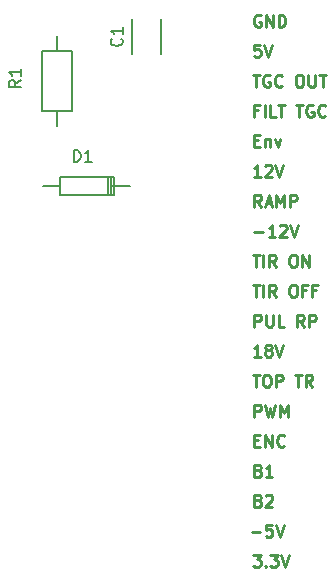
<source format=gbr>
G04 #@! TF.FileFunction,Legend,Top*
%FSLAX46Y46*%
G04 Gerber Fmt 4.6, Leading zero omitted, Abs format (unit mm)*
G04 Created by KiCad (PCBNEW 4.0.3+e1-6302~38~ubuntu16.04.1-stable) date Thu Aug 11 13:54:06 2016*
%MOMM*%
%LPD*%
G01*
G04 APERTURE LIST*
%ADD10C,0.100000*%
%ADD11C,0.250000*%
%ADD12C,0.300000*%
%ADD13C,0.150000*%
G04 APERTURE END LIST*
D10*
D11*
X153812857Y-150582381D02*
X154431905Y-150582381D01*
X154098571Y-150963333D01*
X154241429Y-150963333D01*
X154336667Y-151010952D01*
X154384286Y-151058571D01*
X154431905Y-151153810D01*
X154431905Y-151391905D01*
X154384286Y-151487143D01*
X154336667Y-151534762D01*
X154241429Y-151582381D01*
X153955714Y-151582381D01*
X153860476Y-151534762D01*
X153812857Y-151487143D01*
X154860476Y-151487143D02*
X154908095Y-151534762D01*
X154860476Y-151582381D01*
X154812857Y-151534762D01*
X154860476Y-151487143D01*
X154860476Y-151582381D01*
X155241428Y-150582381D02*
X155860476Y-150582381D01*
X155527142Y-150963333D01*
X155670000Y-150963333D01*
X155765238Y-151010952D01*
X155812857Y-151058571D01*
X155860476Y-151153810D01*
X155860476Y-151391905D01*
X155812857Y-151487143D01*
X155765238Y-151534762D01*
X155670000Y-151582381D01*
X155384285Y-151582381D01*
X155289047Y-151534762D01*
X155241428Y-151487143D01*
X156146190Y-150582381D02*
X156479523Y-151582381D01*
X156812857Y-150582381D01*
D12*
D11*
X153654286Y-148661429D02*
X154416191Y-148661429D01*
X155368572Y-148042381D02*
X154892381Y-148042381D01*
X154844762Y-148518571D01*
X154892381Y-148470952D01*
X154987619Y-148423333D01*
X155225715Y-148423333D01*
X155320953Y-148470952D01*
X155368572Y-148518571D01*
X155416191Y-148613810D01*
X155416191Y-148851905D01*
X155368572Y-148947143D01*
X155320953Y-148994762D01*
X155225715Y-149042381D01*
X154987619Y-149042381D01*
X154892381Y-148994762D01*
X154844762Y-148947143D01*
X155701905Y-148042381D02*
X156035238Y-149042381D01*
X156368572Y-148042381D01*
D12*
D11*
X153908095Y-138882381D02*
X153908095Y-137882381D01*
X154289048Y-137882381D01*
X154384286Y-137930000D01*
X154431905Y-137977619D01*
X154479524Y-138072857D01*
X154479524Y-138215714D01*
X154431905Y-138310952D01*
X154384286Y-138358571D01*
X154289048Y-138406190D01*
X153908095Y-138406190D01*
X154812857Y-137882381D02*
X155050952Y-138882381D01*
X155241429Y-138168095D01*
X155431905Y-138882381D01*
X155670000Y-137882381D01*
X156050952Y-138882381D02*
X156050952Y-137882381D01*
X156384286Y-138596667D01*
X156717619Y-137882381D01*
X156717619Y-138882381D01*
D12*
D11*
X154241429Y-145978571D02*
X154384286Y-146026190D01*
X154431905Y-146073810D01*
X154479524Y-146169048D01*
X154479524Y-146311905D01*
X154431905Y-146407143D01*
X154384286Y-146454762D01*
X154289048Y-146502381D01*
X153908095Y-146502381D01*
X153908095Y-145502381D01*
X154241429Y-145502381D01*
X154336667Y-145550000D01*
X154384286Y-145597619D01*
X154431905Y-145692857D01*
X154431905Y-145788095D01*
X154384286Y-145883333D01*
X154336667Y-145930952D01*
X154241429Y-145978571D01*
X153908095Y-145978571D01*
X154860476Y-145597619D02*
X154908095Y-145550000D01*
X155003333Y-145502381D01*
X155241429Y-145502381D01*
X155336667Y-145550000D01*
X155384286Y-145597619D01*
X155431905Y-145692857D01*
X155431905Y-145788095D01*
X155384286Y-145930952D01*
X154812857Y-146502381D01*
X155431905Y-146502381D01*
D12*
D11*
X154241429Y-143438571D02*
X154384286Y-143486190D01*
X154431905Y-143533810D01*
X154479524Y-143629048D01*
X154479524Y-143771905D01*
X154431905Y-143867143D01*
X154384286Y-143914762D01*
X154289048Y-143962381D01*
X153908095Y-143962381D01*
X153908095Y-142962381D01*
X154241429Y-142962381D01*
X154336667Y-143010000D01*
X154384286Y-143057619D01*
X154431905Y-143152857D01*
X154431905Y-143248095D01*
X154384286Y-143343333D01*
X154336667Y-143390952D01*
X154241429Y-143438571D01*
X153908095Y-143438571D01*
X155431905Y-143962381D02*
X154860476Y-143962381D01*
X155146190Y-143962381D02*
X155146190Y-142962381D01*
X155050952Y-143105238D01*
X154955714Y-143200476D01*
X154860476Y-143248095D01*
D12*
D11*
X153908095Y-140898571D02*
X154241429Y-140898571D01*
X154384286Y-141422381D02*
X153908095Y-141422381D01*
X153908095Y-140422381D01*
X154384286Y-140422381D01*
X154812857Y-141422381D02*
X154812857Y-140422381D01*
X155384286Y-141422381D01*
X155384286Y-140422381D01*
X156431905Y-141327143D02*
X156384286Y-141374762D01*
X156241429Y-141422381D01*
X156146191Y-141422381D01*
X156003333Y-141374762D01*
X155908095Y-141279524D01*
X155860476Y-141184286D01*
X155812857Y-140993810D01*
X155812857Y-140850952D01*
X155860476Y-140660476D01*
X155908095Y-140565238D01*
X156003333Y-140470000D01*
X156146191Y-140422381D01*
X156241429Y-140422381D01*
X156384286Y-140470000D01*
X156431905Y-140517619D01*
D12*
D11*
X153765238Y-135342381D02*
X154336667Y-135342381D01*
X154050952Y-136342381D02*
X154050952Y-135342381D01*
X154860476Y-135342381D02*
X155050953Y-135342381D01*
X155146191Y-135390000D01*
X155241429Y-135485238D01*
X155289048Y-135675714D01*
X155289048Y-136009048D01*
X155241429Y-136199524D01*
X155146191Y-136294762D01*
X155050953Y-136342381D01*
X154860476Y-136342381D01*
X154765238Y-136294762D01*
X154670000Y-136199524D01*
X154622381Y-136009048D01*
X154622381Y-135675714D01*
X154670000Y-135485238D01*
X154765238Y-135390000D01*
X154860476Y-135342381D01*
X155717619Y-136342381D02*
X155717619Y-135342381D01*
X156098572Y-135342381D01*
X156193810Y-135390000D01*
X156241429Y-135437619D01*
X156289048Y-135532857D01*
X156289048Y-135675714D01*
X156241429Y-135770952D01*
X156193810Y-135818571D01*
X156098572Y-135866190D01*
X155717619Y-135866190D01*
X157336667Y-135342381D02*
X157908096Y-135342381D01*
X157622381Y-136342381D02*
X157622381Y-135342381D01*
X158812858Y-136342381D02*
X158479524Y-135866190D01*
X158241429Y-136342381D02*
X158241429Y-135342381D01*
X158622382Y-135342381D01*
X158717620Y-135390000D01*
X158765239Y-135437619D01*
X158812858Y-135532857D01*
X158812858Y-135675714D01*
X158765239Y-135770952D01*
X158717620Y-135818571D01*
X158622382Y-135866190D01*
X158241429Y-135866190D01*
D12*
D11*
X154431905Y-133802381D02*
X153860476Y-133802381D01*
X154146190Y-133802381D02*
X154146190Y-132802381D01*
X154050952Y-132945238D01*
X153955714Y-133040476D01*
X153860476Y-133088095D01*
X155003333Y-133230952D02*
X154908095Y-133183333D01*
X154860476Y-133135714D01*
X154812857Y-133040476D01*
X154812857Y-132992857D01*
X154860476Y-132897619D01*
X154908095Y-132850000D01*
X155003333Y-132802381D01*
X155193810Y-132802381D01*
X155289048Y-132850000D01*
X155336667Y-132897619D01*
X155384286Y-132992857D01*
X155384286Y-133040476D01*
X155336667Y-133135714D01*
X155289048Y-133183333D01*
X155193810Y-133230952D01*
X155003333Y-133230952D01*
X154908095Y-133278571D01*
X154860476Y-133326190D01*
X154812857Y-133421429D01*
X154812857Y-133611905D01*
X154860476Y-133707143D01*
X154908095Y-133754762D01*
X155003333Y-133802381D01*
X155193810Y-133802381D01*
X155289048Y-133754762D01*
X155336667Y-133707143D01*
X155384286Y-133611905D01*
X155384286Y-133421429D01*
X155336667Y-133326190D01*
X155289048Y-133278571D01*
X155193810Y-133230952D01*
X155670000Y-132802381D02*
X156003333Y-133802381D01*
X156336667Y-132802381D01*
D12*
D11*
X153908095Y-131262381D02*
X153908095Y-130262381D01*
X154289048Y-130262381D01*
X154384286Y-130310000D01*
X154431905Y-130357619D01*
X154479524Y-130452857D01*
X154479524Y-130595714D01*
X154431905Y-130690952D01*
X154384286Y-130738571D01*
X154289048Y-130786190D01*
X153908095Y-130786190D01*
X154908095Y-130262381D02*
X154908095Y-131071905D01*
X154955714Y-131167143D01*
X155003333Y-131214762D01*
X155098571Y-131262381D01*
X155289048Y-131262381D01*
X155384286Y-131214762D01*
X155431905Y-131167143D01*
X155479524Y-131071905D01*
X155479524Y-130262381D01*
X156431905Y-131262381D02*
X155955714Y-131262381D01*
X155955714Y-130262381D01*
X158098572Y-131262381D02*
X157765238Y-130786190D01*
X157527143Y-131262381D02*
X157527143Y-130262381D01*
X157908096Y-130262381D01*
X158003334Y-130310000D01*
X158050953Y-130357619D01*
X158098572Y-130452857D01*
X158098572Y-130595714D01*
X158050953Y-130690952D01*
X158003334Y-130738571D01*
X157908096Y-130786190D01*
X157527143Y-130786190D01*
X158527143Y-131262381D02*
X158527143Y-130262381D01*
X158908096Y-130262381D01*
X159003334Y-130310000D01*
X159050953Y-130357619D01*
X159098572Y-130452857D01*
X159098572Y-130595714D01*
X159050953Y-130690952D01*
X159003334Y-130738571D01*
X158908096Y-130786190D01*
X158527143Y-130786190D01*
D12*
D11*
X153765238Y-127722381D02*
X154336667Y-127722381D01*
X154050952Y-128722381D02*
X154050952Y-127722381D01*
X154670000Y-128722381D02*
X154670000Y-127722381D01*
X155717619Y-128722381D02*
X155384285Y-128246190D01*
X155146190Y-128722381D02*
X155146190Y-127722381D01*
X155527143Y-127722381D01*
X155622381Y-127770000D01*
X155670000Y-127817619D01*
X155717619Y-127912857D01*
X155717619Y-128055714D01*
X155670000Y-128150952D01*
X155622381Y-128198571D01*
X155527143Y-128246190D01*
X155146190Y-128246190D01*
X157098571Y-127722381D02*
X157289048Y-127722381D01*
X157384286Y-127770000D01*
X157479524Y-127865238D01*
X157527143Y-128055714D01*
X157527143Y-128389048D01*
X157479524Y-128579524D01*
X157384286Y-128674762D01*
X157289048Y-128722381D01*
X157098571Y-128722381D01*
X157003333Y-128674762D01*
X156908095Y-128579524D01*
X156860476Y-128389048D01*
X156860476Y-128055714D01*
X156908095Y-127865238D01*
X157003333Y-127770000D01*
X157098571Y-127722381D01*
X158289048Y-128198571D02*
X157955714Y-128198571D01*
X157955714Y-128722381D02*
X157955714Y-127722381D01*
X158431905Y-127722381D01*
X159146191Y-128198571D02*
X158812857Y-128198571D01*
X158812857Y-128722381D02*
X158812857Y-127722381D01*
X159289048Y-127722381D01*
D12*
D11*
X153765238Y-125182381D02*
X154336667Y-125182381D01*
X154050952Y-126182381D02*
X154050952Y-125182381D01*
X154670000Y-126182381D02*
X154670000Y-125182381D01*
X155717619Y-126182381D02*
X155384285Y-125706190D01*
X155146190Y-126182381D02*
X155146190Y-125182381D01*
X155527143Y-125182381D01*
X155622381Y-125230000D01*
X155670000Y-125277619D01*
X155717619Y-125372857D01*
X155717619Y-125515714D01*
X155670000Y-125610952D01*
X155622381Y-125658571D01*
X155527143Y-125706190D01*
X155146190Y-125706190D01*
X157098571Y-125182381D02*
X157289048Y-125182381D01*
X157384286Y-125230000D01*
X157479524Y-125325238D01*
X157527143Y-125515714D01*
X157527143Y-125849048D01*
X157479524Y-126039524D01*
X157384286Y-126134762D01*
X157289048Y-126182381D01*
X157098571Y-126182381D01*
X157003333Y-126134762D01*
X156908095Y-126039524D01*
X156860476Y-125849048D01*
X156860476Y-125515714D01*
X156908095Y-125325238D01*
X157003333Y-125230000D01*
X157098571Y-125182381D01*
X157955714Y-126182381D02*
X157955714Y-125182381D01*
X158527143Y-126182381D01*
X158527143Y-125182381D01*
D12*
D11*
X153908095Y-123261429D02*
X154670000Y-123261429D01*
X155670000Y-123642381D02*
X155098571Y-123642381D01*
X155384285Y-123642381D02*
X155384285Y-122642381D01*
X155289047Y-122785238D01*
X155193809Y-122880476D01*
X155098571Y-122928095D01*
X156050952Y-122737619D02*
X156098571Y-122690000D01*
X156193809Y-122642381D01*
X156431905Y-122642381D01*
X156527143Y-122690000D01*
X156574762Y-122737619D01*
X156622381Y-122832857D01*
X156622381Y-122928095D01*
X156574762Y-123070952D01*
X156003333Y-123642381D01*
X156622381Y-123642381D01*
X156908095Y-122642381D02*
X157241428Y-123642381D01*
X157574762Y-122642381D01*
D12*
D11*
X154479524Y-121102381D02*
X154146190Y-120626190D01*
X153908095Y-121102381D02*
X153908095Y-120102381D01*
X154289048Y-120102381D01*
X154384286Y-120150000D01*
X154431905Y-120197619D01*
X154479524Y-120292857D01*
X154479524Y-120435714D01*
X154431905Y-120530952D01*
X154384286Y-120578571D01*
X154289048Y-120626190D01*
X153908095Y-120626190D01*
X154860476Y-120816667D02*
X155336667Y-120816667D01*
X154765238Y-121102381D02*
X155098571Y-120102381D01*
X155431905Y-121102381D01*
X155765238Y-121102381D02*
X155765238Y-120102381D01*
X156098572Y-120816667D01*
X156431905Y-120102381D01*
X156431905Y-121102381D01*
X156908095Y-121102381D02*
X156908095Y-120102381D01*
X157289048Y-120102381D01*
X157384286Y-120150000D01*
X157431905Y-120197619D01*
X157479524Y-120292857D01*
X157479524Y-120435714D01*
X157431905Y-120530952D01*
X157384286Y-120578571D01*
X157289048Y-120626190D01*
X156908095Y-120626190D01*
D12*
D11*
X154431905Y-118562381D02*
X153860476Y-118562381D01*
X154146190Y-118562381D02*
X154146190Y-117562381D01*
X154050952Y-117705238D01*
X153955714Y-117800476D01*
X153860476Y-117848095D01*
X154812857Y-117657619D02*
X154860476Y-117610000D01*
X154955714Y-117562381D01*
X155193810Y-117562381D01*
X155289048Y-117610000D01*
X155336667Y-117657619D01*
X155384286Y-117752857D01*
X155384286Y-117848095D01*
X155336667Y-117990952D01*
X154765238Y-118562381D01*
X155384286Y-118562381D01*
X155670000Y-117562381D02*
X156003333Y-118562381D01*
X156336667Y-117562381D01*
D12*
D11*
X153908095Y-115498571D02*
X154241429Y-115498571D01*
X154384286Y-116022381D02*
X153908095Y-116022381D01*
X153908095Y-115022381D01*
X154384286Y-115022381D01*
X154812857Y-115355714D02*
X154812857Y-116022381D01*
X154812857Y-115450952D02*
X154860476Y-115403333D01*
X154955714Y-115355714D01*
X155098572Y-115355714D01*
X155193810Y-115403333D01*
X155241429Y-115498571D01*
X155241429Y-116022381D01*
X155622381Y-115355714D02*
X155860476Y-116022381D01*
X156098572Y-115355714D01*
D12*
D11*
X154241429Y-112958571D02*
X153908095Y-112958571D01*
X153908095Y-113482381D02*
X153908095Y-112482381D01*
X154384286Y-112482381D01*
X154765238Y-113482381D02*
X154765238Y-112482381D01*
X155717619Y-113482381D02*
X155241428Y-113482381D01*
X155241428Y-112482381D01*
X155908095Y-112482381D02*
X156479524Y-112482381D01*
X156193809Y-113482381D02*
X156193809Y-112482381D01*
X157431905Y-112482381D02*
X158003334Y-112482381D01*
X157717619Y-113482381D02*
X157717619Y-112482381D01*
X158860477Y-112530000D02*
X158765239Y-112482381D01*
X158622382Y-112482381D01*
X158479524Y-112530000D01*
X158384286Y-112625238D01*
X158336667Y-112720476D01*
X158289048Y-112910952D01*
X158289048Y-113053810D01*
X158336667Y-113244286D01*
X158384286Y-113339524D01*
X158479524Y-113434762D01*
X158622382Y-113482381D01*
X158717620Y-113482381D01*
X158860477Y-113434762D01*
X158908096Y-113387143D01*
X158908096Y-113053810D01*
X158717620Y-113053810D01*
X159908096Y-113387143D02*
X159860477Y-113434762D01*
X159717620Y-113482381D01*
X159622382Y-113482381D01*
X159479524Y-113434762D01*
X159384286Y-113339524D01*
X159336667Y-113244286D01*
X159289048Y-113053810D01*
X159289048Y-112910952D01*
X159336667Y-112720476D01*
X159384286Y-112625238D01*
X159479524Y-112530000D01*
X159622382Y-112482381D01*
X159717620Y-112482381D01*
X159860477Y-112530000D01*
X159908096Y-112577619D01*
D12*
D11*
X153765238Y-109942381D02*
X154336667Y-109942381D01*
X154050952Y-110942381D02*
X154050952Y-109942381D01*
X155193810Y-109990000D02*
X155098572Y-109942381D01*
X154955715Y-109942381D01*
X154812857Y-109990000D01*
X154717619Y-110085238D01*
X154670000Y-110180476D01*
X154622381Y-110370952D01*
X154622381Y-110513810D01*
X154670000Y-110704286D01*
X154717619Y-110799524D01*
X154812857Y-110894762D01*
X154955715Y-110942381D01*
X155050953Y-110942381D01*
X155193810Y-110894762D01*
X155241429Y-110847143D01*
X155241429Y-110513810D01*
X155050953Y-110513810D01*
X156241429Y-110847143D02*
X156193810Y-110894762D01*
X156050953Y-110942381D01*
X155955715Y-110942381D01*
X155812857Y-110894762D01*
X155717619Y-110799524D01*
X155670000Y-110704286D01*
X155622381Y-110513810D01*
X155622381Y-110370952D01*
X155670000Y-110180476D01*
X155717619Y-110085238D01*
X155812857Y-109990000D01*
X155955715Y-109942381D01*
X156050953Y-109942381D01*
X156193810Y-109990000D01*
X156241429Y-110037619D01*
X157622381Y-109942381D02*
X157812858Y-109942381D01*
X157908096Y-109990000D01*
X158003334Y-110085238D01*
X158050953Y-110275714D01*
X158050953Y-110609048D01*
X158003334Y-110799524D01*
X157908096Y-110894762D01*
X157812858Y-110942381D01*
X157622381Y-110942381D01*
X157527143Y-110894762D01*
X157431905Y-110799524D01*
X157384286Y-110609048D01*
X157384286Y-110275714D01*
X157431905Y-110085238D01*
X157527143Y-109990000D01*
X157622381Y-109942381D01*
X158479524Y-109942381D02*
X158479524Y-110751905D01*
X158527143Y-110847143D01*
X158574762Y-110894762D01*
X158670000Y-110942381D01*
X158860477Y-110942381D01*
X158955715Y-110894762D01*
X159003334Y-110847143D01*
X159050953Y-110751905D01*
X159050953Y-109942381D01*
X159384286Y-109942381D02*
X159955715Y-109942381D01*
X159670000Y-110942381D02*
X159670000Y-109942381D01*
D12*
D11*
X154384286Y-107402381D02*
X153908095Y-107402381D01*
X153860476Y-107878571D01*
X153908095Y-107830952D01*
X154003333Y-107783333D01*
X154241429Y-107783333D01*
X154336667Y-107830952D01*
X154384286Y-107878571D01*
X154431905Y-107973810D01*
X154431905Y-108211905D01*
X154384286Y-108307143D01*
X154336667Y-108354762D01*
X154241429Y-108402381D01*
X154003333Y-108402381D01*
X153908095Y-108354762D01*
X153860476Y-108307143D01*
X154717619Y-107402381D02*
X155050952Y-108402381D01*
X155384286Y-107402381D01*
D12*
D11*
X154431905Y-104910000D02*
X154336667Y-104862381D01*
X154193810Y-104862381D01*
X154050952Y-104910000D01*
X153955714Y-105005238D01*
X153908095Y-105100476D01*
X153860476Y-105290952D01*
X153860476Y-105433810D01*
X153908095Y-105624286D01*
X153955714Y-105719524D01*
X154050952Y-105814762D01*
X154193810Y-105862381D01*
X154289048Y-105862381D01*
X154431905Y-105814762D01*
X154479524Y-105767143D01*
X154479524Y-105433810D01*
X154289048Y-105433810D01*
X154908095Y-105862381D02*
X154908095Y-104862381D01*
X155479524Y-105862381D01*
X155479524Y-104862381D01*
X155955714Y-105862381D02*
X155955714Y-104862381D01*
X156193809Y-104862381D01*
X156336667Y-104910000D01*
X156431905Y-105005238D01*
X156479524Y-105100476D01*
X156527143Y-105290952D01*
X156527143Y-105433810D01*
X156479524Y-105624286D01*
X156431905Y-105719524D01*
X156336667Y-105814762D01*
X156193809Y-105862381D01*
X155955714Y-105862381D01*
D12*
D13*
X143530000Y-108200000D02*
X143530000Y-105200000D01*
X146030000Y-105200000D02*
X146030000Y-108200000D01*
X137413480Y-119382540D02*
X136016480Y-119382540D01*
X141858480Y-119382540D02*
X143382480Y-119382540D01*
X141477480Y-120144540D02*
X141477480Y-118620540D01*
X141731480Y-120144540D02*
X141731480Y-118620540D01*
X141985480Y-119382540D02*
X141985480Y-118620540D01*
X141985480Y-118620540D02*
X137413480Y-118620540D01*
X137413480Y-118620540D02*
X137413480Y-120144540D01*
X137413480Y-120144540D02*
X141985480Y-120144540D01*
X141985480Y-120144540D02*
X141985480Y-119382540D01*
X135890000Y-113030000D02*
X135890000Y-107950000D01*
X135890000Y-107950000D02*
X138430000Y-107950000D01*
X138430000Y-107950000D02*
X138430000Y-113030000D01*
X138430000Y-113030000D02*
X135890000Y-113030000D01*
X137160000Y-113030000D02*
X137160000Y-114300000D01*
X137160000Y-107950000D02*
X137160000Y-106680000D01*
X142637143Y-106866666D02*
X142684762Y-106914285D01*
X142732381Y-107057142D01*
X142732381Y-107152380D01*
X142684762Y-107295238D01*
X142589524Y-107390476D01*
X142494286Y-107438095D01*
X142303810Y-107485714D01*
X142160952Y-107485714D01*
X141970476Y-107438095D01*
X141875238Y-107390476D01*
X141780000Y-107295238D01*
X141732381Y-107152380D01*
X141732381Y-107057142D01*
X141780000Y-106914285D01*
X141827619Y-106866666D01*
X142732381Y-105914285D02*
X142732381Y-106485714D01*
X142732381Y-106200000D02*
X141732381Y-106200000D01*
X141875238Y-106295238D01*
X141970476Y-106390476D01*
X142018095Y-106485714D01*
X138611385Y-117294921D02*
X138611385Y-116294921D01*
X138849480Y-116294921D01*
X138992338Y-116342540D01*
X139087576Y-116437778D01*
X139135195Y-116533016D01*
X139182814Y-116723492D01*
X139182814Y-116866350D01*
X139135195Y-117056826D01*
X139087576Y-117152064D01*
X138992338Y-117247302D01*
X138849480Y-117294921D01*
X138611385Y-117294921D01*
X140135195Y-117294921D02*
X139563766Y-117294921D01*
X139849480Y-117294921D02*
X139849480Y-116294921D01*
X139754242Y-116437778D01*
X139659004Y-116533016D01*
X139563766Y-116580635D01*
X134112261Y-110407746D02*
X133636070Y-110741080D01*
X134112261Y-110979175D02*
X133112261Y-110979175D01*
X133112261Y-110598222D01*
X133159880Y-110502984D01*
X133207499Y-110455365D01*
X133302737Y-110407746D01*
X133445594Y-110407746D01*
X133540832Y-110455365D01*
X133588451Y-110502984D01*
X133636070Y-110598222D01*
X133636070Y-110979175D01*
X134112261Y-109455365D02*
X134112261Y-110026794D01*
X134112261Y-109741080D02*
X133112261Y-109741080D01*
X133255118Y-109836318D01*
X133350356Y-109931556D01*
X133397975Y-110026794D01*
M02*

</source>
